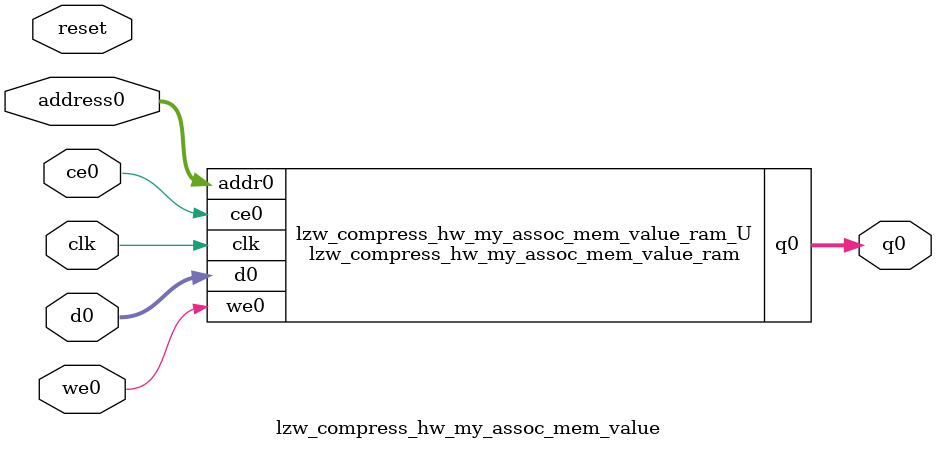
<source format=v>
`timescale 1 ns / 1 ps
module lzw_compress_hw_my_assoc_mem_value_ram (addr0, ce0, d0, we0, q0,  clk);

parameter DWIDTH = 12;
parameter AWIDTH = 6;
parameter MEM_SIZE = 64;

input[AWIDTH-1:0] addr0;
input ce0;
input[DWIDTH-1:0] d0;
input we0;
output reg[DWIDTH-1:0] q0;
input clk;

reg [DWIDTH-1:0] ram[0:MEM_SIZE-1];




always @(posedge clk)  
begin 
    if (ce0) begin
        if (we0) 
            ram[addr0] <= d0; 
        q0 <= ram[addr0];
    end
end


endmodule

`timescale 1 ns / 1 ps
module lzw_compress_hw_my_assoc_mem_value(
    reset,
    clk,
    address0,
    ce0,
    we0,
    d0,
    q0);

parameter DataWidth = 32'd12;
parameter AddressRange = 32'd64;
parameter AddressWidth = 32'd6;
input reset;
input clk;
input[AddressWidth - 1:0] address0;
input ce0;
input we0;
input[DataWidth - 1:0] d0;
output[DataWidth - 1:0] q0;



lzw_compress_hw_my_assoc_mem_value_ram lzw_compress_hw_my_assoc_mem_value_ram_U(
    .clk( clk ),
    .addr0( address0 ),
    .ce0( ce0 ),
    .we0( we0 ),
    .d0( d0 ),
    .q0( q0 ));

endmodule


</source>
